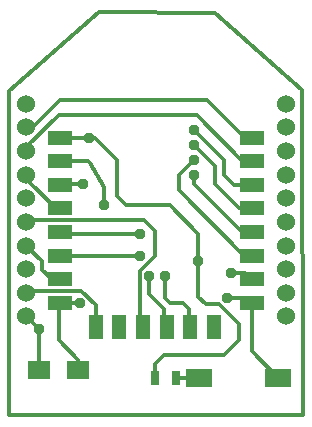
<source format=gtl>
G75*
%MOIN*%
%OFA0B0*%
%FSLAX25Y25*%
%IPPOS*%
%LPD*%
%AMOC8*
5,1,8,0,0,1.08239X$1,22.5*
%
%ADD10R,0.07480X0.06299*%
%ADD11R,0.07874X0.04724*%
%ADD12R,0.04724X0.07874*%
%ADD13R,0.03150X0.04724*%
%ADD14R,0.09055X0.05906*%
%ADD15C,0.06000*%
%ADD16C,0.01200*%
%ADD17OC8,0.03562*%
D10*
X0011604Y0016600D03*
X0024596Y0016600D03*
D11*
X0018600Y0038974D03*
X0018600Y0046848D03*
X0018600Y0054722D03*
X0018600Y0062596D03*
X0018600Y0070470D03*
X0018600Y0078344D03*
X0018600Y0086218D03*
X0018600Y0094092D03*
X0082380Y0094092D03*
X0082380Y0086218D03*
X0082380Y0078344D03*
X0082380Y0070470D03*
X0082380Y0062596D03*
X0082380Y0054722D03*
X0082380Y0046848D03*
X0082380Y0038974D03*
D12*
X0069781Y0031100D03*
X0061907Y0031100D03*
X0054033Y0031100D03*
X0046159Y0031100D03*
X0038285Y0031100D03*
X0030411Y0031100D03*
D13*
X0050057Y0014100D03*
X0057143Y0014100D03*
D14*
X0064911Y0014100D03*
X0091289Y0014100D03*
D15*
X0093907Y0034474D03*
X0093907Y0042348D03*
X0093907Y0050222D03*
X0093907Y0058096D03*
X0093907Y0065970D03*
X0093907Y0073844D03*
X0093907Y0081718D03*
X0093907Y0089592D03*
X0093907Y0097466D03*
X0093907Y0105340D03*
X0007293Y0105340D03*
X0007293Y0097466D03*
X0007293Y0089592D03*
X0007293Y0081718D03*
X0007293Y0073844D03*
X0007293Y0065970D03*
X0007293Y0058096D03*
X0007293Y0050222D03*
X0007293Y0042348D03*
X0007293Y0034474D03*
D16*
X0003100Y0001600D02*
X0001600Y0001600D01*
X0001600Y0002100D02*
X0001600Y0109600D01*
X0031600Y0136100D01*
X0070100Y0135600D01*
X0099100Y0110100D01*
X0099600Y0001600D01*
X0003600Y0001600D01*
X0003100Y0001600D01*
X0011604Y0016600D02*
X0011604Y0030163D01*
X0007293Y0034474D01*
X0007293Y0042348D02*
X0008045Y0043100D01*
X0025600Y0043100D01*
X0030411Y0038289D01*
X0030411Y0031100D01*
X0025100Y0039100D02*
X0018726Y0039100D01*
X0018600Y0038974D01*
X0018100Y0038474D01*
X0018100Y0026600D01*
X0024596Y0020104D01*
X0024596Y0016600D01*
X0045100Y0032159D02*
X0046159Y0031100D01*
X0045100Y0032159D02*
X0045100Y0049600D01*
X0050100Y0054600D01*
X0050100Y0063100D01*
X0046600Y0066600D01*
X0008100Y0066600D01*
X0007470Y0065970D01*
X0007293Y0065970D01*
X0007293Y0058096D02*
X0012600Y0052789D01*
X0012600Y0050100D01*
X0015852Y0046848D01*
X0018600Y0046848D01*
X0018722Y0054600D02*
X0018600Y0054722D01*
X0018722Y0054600D02*
X0045100Y0054600D01*
X0048100Y0048100D02*
X0048100Y0042100D01*
X0053100Y0037100D01*
X0053100Y0032033D01*
X0054033Y0031100D01*
X0055100Y0039100D02*
X0053600Y0040600D01*
X0053600Y0048100D01*
X0055100Y0039100D02*
X0059600Y0039100D01*
X0061600Y0037100D01*
X0061600Y0031407D01*
X0061907Y0031100D01*
X0067100Y0038600D02*
X0064600Y0041100D01*
X0064600Y0053100D01*
X0064600Y0062100D01*
X0055100Y0071600D01*
X0040600Y0071600D01*
X0037600Y0074600D01*
X0037600Y0086600D01*
X0030100Y0094100D01*
X0028100Y0094100D01*
X0018608Y0094100D01*
X0018600Y0094092D01*
X0019092Y0093600D01*
X0018600Y0086218D02*
X0027982Y0086218D01*
X0028600Y0085600D01*
X0033100Y0077600D01*
X0033100Y0071600D01*
X0026100Y0078600D02*
X0018856Y0078600D01*
X0018600Y0078344D01*
X0018600Y0070470D02*
X0017230Y0070470D01*
X0008600Y0079100D01*
X0008600Y0080411D01*
X0007293Y0081718D01*
X0007293Y0089592D02*
X0007293Y0090793D01*
X0018100Y0101600D01*
X0064100Y0101600D01*
X0079600Y0086100D01*
X0082261Y0086100D01*
X0082380Y0086218D01*
X0082380Y0078344D02*
X0076356Y0078344D01*
X0073100Y0081600D01*
X0073100Y0086600D01*
X0063100Y0096600D01*
X0063100Y0091600D02*
X0070100Y0084600D01*
X0070100Y0078600D01*
X0078230Y0070470D01*
X0082380Y0070470D01*
X0082380Y0062596D02*
X0079104Y0062596D01*
X0063100Y0078600D01*
X0063100Y0081600D01*
X0063100Y0086600D02*
X0058100Y0081600D01*
X0058100Y0076600D01*
X0079978Y0054722D01*
X0082380Y0054722D01*
X0080128Y0049100D02*
X0082380Y0046848D01*
X0080128Y0049100D02*
X0075600Y0049100D01*
X0074100Y0040600D02*
X0078380Y0040600D01*
X0082380Y0036600D01*
X0082380Y0023009D01*
X0091289Y0014100D01*
X0078100Y0026600D02*
X0078100Y0032100D01*
X0071600Y0038600D01*
X0067100Y0038600D01*
X0078100Y0026600D02*
X0073100Y0021600D01*
X0053100Y0021600D01*
X0050057Y0018557D01*
X0050057Y0014100D01*
X0057143Y0014100D02*
X0064911Y0014100D01*
X0082380Y0036600D02*
X0082380Y0038974D01*
X0045100Y0062100D02*
X0019096Y0062100D01*
X0018600Y0062596D01*
X0009466Y0097466D02*
X0007293Y0097466D01*
X0009466Y0097466D02*
X0018600Y0106600D01*
X0067600Y0106600D01*
X0080100Y0094100D01*
X0082372Y0094100D01*
X0082380Y0094092D01*
D17*
X0063100Y0091600D03*
X0063100Y0086600D03*
X0063100Y0081600D03*
X0063100Y0096600D03*
X0045100Y0062100D03*
X0045100Y0054600D03*
X0048100Y0048100D03*
X0053600Y0048100D03*
X0064600Y0053100D03*
X0074100Y0040600D03*
X0075600Y0049100D03*
X0033100Y0071600D03*
X0026100Y0078600D03*
X0028100Y0094100D03*
X0025100Y0039100D03*
X0011604Y0030163D03*
M02*

</source>
